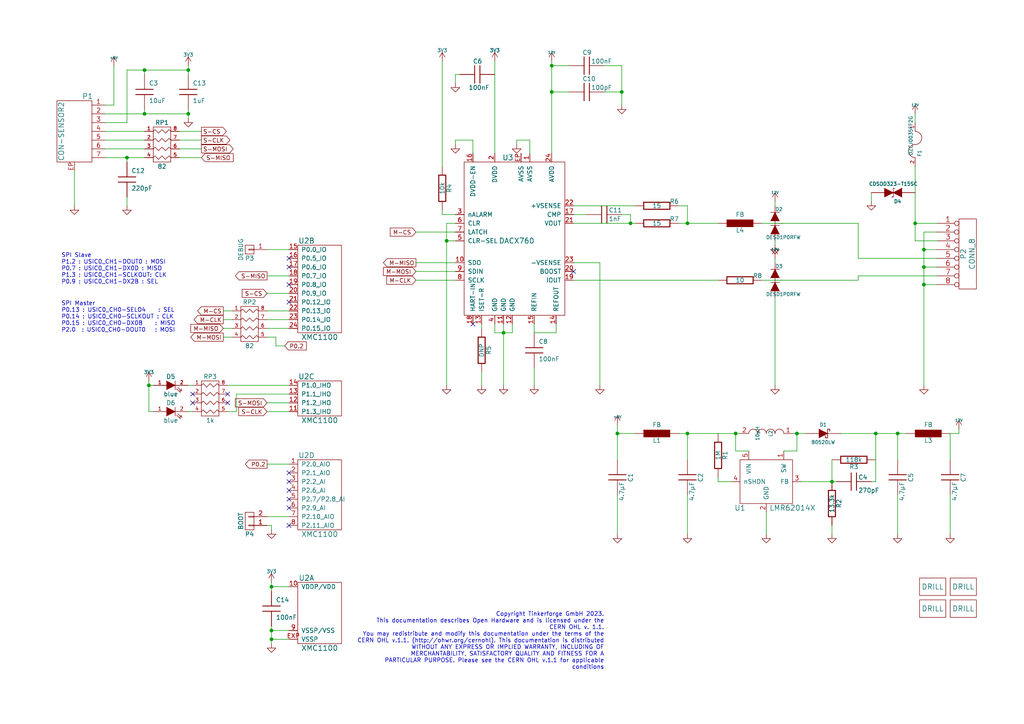
<source format=kicad_sch>
(kicad_sch (version 20230121) (generator eeschema)
  (paper "A4")
  (title_block (title "Industrial Analog Out") (date "2023-01-25") (rev "2.0") (company "Tinkerforge GmbH") (comment 1 "Licensed under CERN OHL v.1.1") (comment 2 "Copyright (©) 2023, T.Schneidermann <tim@tinkerforge.com>"))
  (lib_symbols
    (symbol "tinkerforge:+5V" (power) (pin_names (offset 0))
      (property "Value" "+5V" (at 0 3.556 0))
      (symbol "+5V_0_1"
        (polyline (pts (xy -0.762 1.27) (xy 0 2.54)))
        (polyline (pts (xy 0 0) (xy 0 2.54)))
        (polyline (pts (xy 0 2.54) (xy 0.762 1.27)))
      )
      (symbol "+5V_1_1"
        (pin power_in line (at 0 0 90) (length 0) hide (name "+5V") (number "1"))
      )
    )
    (symbol "tinkerforge:12V" (power) (pin_names (offset 0))
      (property "Value" "12V" (at 0 3.556 0))
      (symbol "12V_0_1"
        (polyline (pts (xy -0.762 1.27) (xy 0 2.54)))
        (polyline (pts (xy 0 0) (xy 0 2.54)))
        (polyline (pts (xy 0 2.54) (xy 0.762 1.27)))
      )
      (symbol "12V_1_1"
        (pin power_in line (at 0 0 90) (length 0) hide (name "12V") (number "1"))
      )
    )
    (symbol "tinkerforge:3V3" (power) (pin_names (offset 0))
      (property "Value" "3V3" (at 0 3.556 0))
      (symbol "3V3_0_1"
        (polyline (pts (xy -0.762 1.27) (xy 0 2.54)))
        (polyline (pts (xy 0 0) (xy 0 2.54)))
        (polyline (pts (xy 0 2.54) (xy 0.762 1.27)))
      )
      (symbol "3V3_1_1"
        (pin power_in line (at 0 0 90) (length 0) hide (name "3V3") (number "1"))
      )
    )
    (symbol "tinkerforge:C" (pin_numbers hide) (pin_names (offset 0.254))
      (property "Reference" "C" (at 1.27 2.54 0))
      (property "Value" "C" (at 1.27 -2.54 0))
      (symbol "C_0_1"
        (polyline (pts (xy -2.54 -0.762) (xy 2.54 -0.762)) (stroke (width 0.254)))
        (polyline (pts (xy -2.54 0.762) (xy 2.54 0.762)) (stroke (width 0.254)))
      )
      (symbol "C_1_1"
        (pin passive line (at 0 5.08 270) (length 4.318) (name "~") (number "1"))
        (pin passive line (at 0 -5.08 90) (length 4.318) (name "~") (number "2"))
      )
    )
    (symbol "tinkerforge:CON-SENSOR2" (pin_names (offset 1.016))
      (property "Reference" "P" (at -3.81 10.16 0))
      (property "Value" "CON-SENSOR2" (at 3.81 0 90))
      (symbol "CON-SENSOR2_0_1"
        (rectangle (start -5.08 8.89) (end 5.08 -8.89))
      )
      (symbol "CON-SENSOR2_1_1"
        (pin passive line (at -8.89 7.62 0) (length 3.81) (name "~") (number "1"))
        (pin passive line (at -8.89 5.08 0) (length 3.81) (name "~") (number "2"))
        (pin passive line (at -8.89 2.54 0) (length 3.81) (name "~") (number "3"))
        (pin passive line (at -8.89 0 0) (length 3.81) (name "~") (number "4"))
        (pin passive line (at -8.89 -2.54 0) (length 3.81) (name "~") (number "5"))
        (pin passive line (at -8.89 -5.08 0) (length 3.81) (name "~") (number "6"))
        (pin passive line (at -8.89 -7.62 0) (length 3.81) (name "~") (number "7"))
        (pin passive line (at 0 -11.43 90) (length 2.54) (name "~") (number "EP"))
      )
    )
    (symbol "tinkerforge:CONN_01X01" (pin_names (offset 1.016) hide)
      (property "Reference" "P" (at 0 2.54 0))
      (property "Value" "CONN_01X01" (at 2.54 0 90))
      (symbol "CONN_01X01_0_1"
        (rectangle (start -1.27 0.127) (end 0.254 -0.127))
        (rectangle (start -1.27 1.27) (end 1.27 -1.27))
      )
      (symbol "CONN_01X01_1_1"
        (pin passive line (at -5.08 0 0) (length 3.81) (name "P1") (number "1"))
      )
    )
    (symbol "tinkerforge:CONN_01X02" (pin_names (offset 1.016) hide)
      (property "Reference" "P" (at 0 3.81 0))
      (property "Value" "CONN_01X02" (at 2.54 0 90))
      (symbol "CONN_01X02_0_1"
        (rectangle (start -1.27 -1.143) (end 0.254 -1.397))
        (rectangle (start -1.27 1.397) (end 0.254 1.143))
        (rectangle (start -1.27 2.54) (end 1.27 -2.54))
      )
      (symbol "CONN_01X02_1_1"
        (pin passive line (at -5.08 1.27 0) (length 3.81) (name "P1") (number "1"))
        (pin passive line (at -5.08 -1.27 0) (length 3.81) (name "P2") (number "2"))
      )
    )
    (symbol "tinkerforge:CONN_8" (pin_names (offset 0.762) hide)
      (property "Reference" "P" (at -1.27 0 90))
      (property "Value" "CONN_8" (at 1.27 0 90))
      (symbol "CONN_8_0_1"
        (rectangle (start -2.54 10.16) (end 2.54 -10.16))
      )
      (symbol "CONN_8_1_1"
        (pin passive inverted (at -8.89 8.89 0) (length 6.35) (name "1") (number "1"))
        (pin passive inverted (at -8.89 6.35 0) (length 6.35) (name "2") (number "2"))
        (pin passive inverted (at -8.89 3.81 0) (length 6.35) (name "3") (number "3"))
        (pin passive inverted (at -8.89 1.27 0) (length 6.35) (name "4") (number "4"))
        (pin passive inverted (at -8.89 -1.27 0) (length 6.35) (name "5") (number "5"))
        (pin passive inverted (at -8.89 -3.81 0) (length 6.35) (name "6") (number "6"))
        (pin passive inverted (at -8.89 -6.35 0) (length 6.35) (name "~") (number "7"))
        (pin passive inverted (at -8.89 -8.89 0) (length 6.35) (name "~") (number "8"))
      )
    )
    (symbol "tinkerforge:DACX760" (pin_names (offset 1.016))
      (property "Reference" "U" (at -17.78 24.13 0))
      (property "Value" "DACX760" (at 0 0 0))
      (symbol "DACX760_0_1"
        (rectangle (start -15.24 22.86) (end 13.97 -21.59))
      )
      (symbol "DACX760_1_1"
        (pin input line (at 3.81 25.4 270) (length 2.54) (name "AVSS") (number "1"))
        (pin input line (at -17.78 -6.35 0) (length 2.54) (name "SDO") (number "10"))
        (pin input line (at -3.81 -24.13 90) (length 2.54) (name "GND") (number "11"))
        (pin input line (at -1.27 -24.13 90) (length 2.54) (name "GND") (number "12"))
        (pin input line (at -10.16 -24.13 90) (length 2.54) (name "ISET-R") (number "13"))
        (pin input line (at 11.43 -24.13 90) (length 2.54) (name "REFOUT") (number "14"))
        (pin input line (at 5.08 -24.13 90) (length 2.54) (name "REFIN") (number "15"))
        (pin input line (at -12.7 25.4 270) (length 2.54) (name "DVDD-EN") (number "16"))
        (pin input line (at 16.51 7.62 180) (length 2.54) (name "CMP") (number "17"))
        (pin input line (at -12.7 -24.13 90) (length 2.54) (name "HART-IN") (number "18"))
        (pin input line (at 16.51 -11.43 180) (length 2.54) (name "IOUT") (number "19"))
        (pin input line (at -6.35 25.4 270) (length 2.54) (name "DVDD") (number "2"))
        (pin input line (at 16.51 -8.89 180) (length 2.54) (name "BOOST") (number "20"))
        (pin input line (at 16.51 5.08 180) (length 2.54) (name "VOUT") (number "21"))
        (pin input line (at 16.51 10.16 180) (length 2.54) (name "+VSENSE") (number "22"))
        (pin input line (at 16.51 -6.35 180) (length 2.54) (name "-VSENSE") (number "23"))
        (pin input line (at 10.16 25.4 270) (length 2.54) (name "AVDD") (number "24"))
        (pin input line (at -17.78 7.62 0) (length 2.54) (name "nALARM") (number "3"))
        (pin input line (at -6.35 -24.13 90) (length 2.54) (name "GND") (number "4"))
        (pin input line (at -17.78 0 0) (length 2.54) (name "CLR-SEL") (number "5"))
        (pin input line (at -17.78 5.08 0) (length 2.54) (name "CLR") (number "6"))
        (pin input line (at -17.78 2.54 0) (length 2.54) (name "LATCH") (number "7"))
        (pin input line (at -17.78 -11.43 0) (length 2.54) (name "SCLK") (number "8"))
        (pin input line (at -17.78 -8.89 0) (length 2.54) (name "SDIN") (number "9"))
        (pin passive line (at 1.27 25.4 270) (length 2.54) (name "AVSS") (number "EP"))
      )
    )
    (symbol "tinkerforge:DIODESCH" (pin_numbers hide) (pin_names (offset 1.016) hide)
      (property "Reference" "D" (at 0 2.54 0))
      (property "Value" "DIODESCH" (at 0 -2.54 0))
      (symbol "DIODESCH_0_1"
        (polyline (pts (xy -1.27 1.27) (xy 1.27 0) (xy -1.27 -1.27)) (fill (type outline)))
        (polyline (pts (xy 1.905 0.635) (xy 1.905 1.27) (xy 1.27 1.27) (xy 1.27 -1.27) (xy 0.635 -1.27) (xy 0.635 -0.635)) (stroke (width 0.2032)))
      )
      (symbol "DIODESCH_1_1"
        (pin passive line (at -5.08 0 0) (length 3.81) (name "A") (number "1"))
        (pin passive line (at 5.08 0 180) (length 3.81) (name "K") (number "2"))
      )
    )
    (symbol "tinkerforge:DRILL" (pin_numbers hide) (pin_names (offset 0) hide)
      (property "Value" "DRILL" (at 0 0 0))
      (symbol "DRILL_0_1"
        (rectangle (start -3.81 2.54) (end 3.81 -2.54))
      )
    )
    (symbol "tinkerforge:FUSE" (pin_names (offset 0.254))
      (property "Reference" "F" (at 2.54 1.27 0))
      (property "Value" "FUSE" (at -2.54 -1.27 0))
      (symbol "FUSE_0_1"
        (arc (start 0 0) (mid -1.905 1.8967) (end -3.81 0))
        (arc (start 0 0) (mid 1.905 -1.8967) (end 3.81 0))
      )
      (symbol "FUSE_1_1"
        (pin input line (at -6.35 0 0) (length 2.54) (name "~") (number "1"))
        (pin input line (at 6.35 0 180) (length 2.54) (name "~") (number "2"))
      )
    )
    (symbol "tinkerforge:GND" (power) (pin_names (offset 0))
      (property "Value" "GND" (at 0 -5.08 0))
      (symbol "GND_0_1"
        (polyline (pts (xy 0 0) (xy 0 -1.27) (xy 1.27 -1.27) (xy 0 -2.54) (xy -1.27 -1.27) (xy 0 -1.27)))
      )
      (symbol "GND_1_1"
        (pin power_in line (at 0 0 270) (length 0) hide (name "GND") (number "1"))
      )
    )
    (symbol "tinkerforge:INDUCT" (pin_numbers hide) (pin_names (offset 0))
      (property "Reference" "L" (at 2.032 0 90))
      (property "Value" "INDUCT" (at -2.54 0 90))
      (symbol "INDUCT_0_1"
        (rectangle (start -1.016 3.81) (end 1.016 -3.81) (fill (type outline)))
      )
      (symbol "INDUCT_1_1"
        (pin passive line (at 0 6.35 270) (length 2.54) (name "~") (number "1"))
        (pin passive line (at 0 -6.35 90) (length 2.54) (name "~") (number "2"))
      )
    )
    (symbol "tinkerforge:INDUCTOR" (pin_names (offset 1.016))
      (property "Reference" "L" (at 0 2.54 0))
      (property "Value" "INDUCTOR" (at 0 -2.54 0))
      (symbol "INDUCTOR_0_1"
        (arc (start -2.54 0) (mid -3.81 1.2645) (end -5.08 0))
        (arc (start 0 0) (mid -1.27 1.2645) (end -2.54 0))
        (arc (start 2.54 0) (mid 1.27 1.2645) (end 0 0))
        (arc (start 5.08 0) (mid 3.81 1.2645) (end 2.54 0))
      )
      (symbol "INDUCTOR_1_1"
        (pin input line (at -7.62 0 0) (length 2.54) (name "~") (number "1"))
        (pin input line (at 7.62 0 180) (length 2.54) (name "~") (number "2"))
      )
    )
    (symbol "tinkerforge:LED" (pin_names (offset 1.016) hide)
      (property "Reference" "D" (at 0 2.54 0))
      (property "Value" "LED" (at 0 -2.54 0))
      (symbol "LED_0_1"
        (polyline (pts (xy 1.27 1.27) (xy 1.27 -1.27)))
        (polyline (pts (xy -1.27 1.27) (xy 1.27 0) (xy -1.27 -1.27)) (fill (type outline)))
        (polyline (pts (xy 1.651 -1.016) (xy 2.794 -2.032) (xy 2.667 -1.397)))
        (polyline (pts (xy 2.032 -0.635) (xy 3.175 -1.651) (xy 3.048 -1.016)))
      )
      (symbol "LED_1_1"
        (pin passive line (at -5.08 0 0) (length 3.81) (name "A") (number "1"))
        (pin passive line (at 5.08 0 180) (length 3.81) (name "K") (number "2"))
      )
    )
    (symbol "tinkerforge:LMR62014X" (pin_names (offset 1.016))
      (property "Reference" "U" (at -7.62 -7.62 0))
      (property "Value" "LMR62014X" (at 7.62 -7.62 0))
      (symbol "LMR62014X_0_1"
        (rectangle (start -7.62 6.35) (end 7.62 -6.35))
      )
      (symbol "LMR62014X_1_1"
        (pin input line (at 5.08 8.89 270) (length 2.54) (name "SW") (number "1"))
        (pin input line (at 0 -8.89 90) (length 2.54) (name "GND") (number "2"))
        (pin input line (at 10.16 0 180) (length 2.54) (name "FB") (number "3"))
        (pin input line (at -10.16 0 0) (length 2.54) (name "nSHDN") (number "4"))
        (pin input line (at -5.08 8.89 270) (length 2.54) (name "VIN") (number "5"))
      )
    )
    (symbol "tinkerforge:R" (pin_numbers hide) (pin_names (offset 0))
      (property "Reference" "R" (at 2.032 0 90))
      (property "Value" "R" (at 0 0 90))
      (symbol "R_0_1"
        (rectangle (start -1.016 3.81) (end 1.016 -3.81) (stroke (width 0.3048)))
      )
      (symbol "R_1_1"
        (pin passive line (at 0 6.35 270) (length 2.54) (name "~") (number "1"))
        (pin passive line (at 0 -6.35 90) (length 2.54) (name "~") (number "2"))
      )
    )
    (symbol "tinkerforge:R_PACK4" (pin_names hide)
      (property "Reference" "RP" (at 0 11.43 0))
      (property "Value" "R_PACK4" (at 0 -1.27 0))
      (symbol "R_PACK4_0_1"
        (polyline (pts (xy -2.54 10.16) (xy -2.54 0) (xy 2.54 0) (xy 2.54 10.16) (xy -2.54 10.16)))
        (polyline (pts (xy -2.54 1.27) (xy -2.032 1.778) (xy -1.016 0.762) (xy 0 1.778) (xy 1.016 0.762) (xy 2.032 1.778) (xy 2.54 1.27)))
        (polyline (pts (xy -2.54 3.81) (xy -2.032 4.318) (xy -1.016 3.302) (xy 0 4.318) (xy 1.016 3.302) (xy 2.032 4.318) (xy 2.54 3.81)))
        (polyline (pts (xy -2.54 6.35) (xy -2.032 6.858) (xy -1.016 5.842) (xy 0 6.858) (xy 1.016 5.842) (xy 2.032 6.858) (xy 2.54 6.35)))
        (polyline (pts (xy -2.54 8.89) (xy -2.032 9.398) (xy -1.016 8.382) (xy 0 9.398) (xy 1.016 8.382) (xy 2.032 9.398) (xy 2.54 8.89)))
      )
      (symbol "R_PACK4_1_1"
        (pin passive line (at -5.08 8.89 0) (length 2.54) (name "P1") (number "1"))
        (pin passive line (at -5.08 6.35 0) (length 2.54) (name "P2") (number "2"))
        (pin passive line (at -5.08 3.81 0) (length 2.54) (name "P3") (number "3"))
        (pin passive line (at -5.08 1.27 0) (length 2.54) (name "P4") (number "4"))
        (pin passive line (at 5.08 1.27 180) (length 2.54) (name "R4") (number "5"))
        (pin passive line (at 5.08 3.81 180) (length 2.54) (name "R3") (number "6"))
        (pin passive line (at 5.08 6.35 180) (length 2.54) (name "R2") (number "7"))
        (pin passive line (at 5.08 8.89 180) (length 2.54) (name "R1") (number "8"))
      )
    )
    (symbol "tinkerforge:TVS" (pin_numbers hide) (pin_names (offset 1.016) hide)
      (property "Reference" "D" (at -1.27 2.54 0))
      (property "Value" "TVS" (at 0 -2.54 0))
      (symbol "TVS_0_1"
        (polyline (pts (xy 0 -1.27) (xy -0.508 -1.27)))
        (polyline (pts (xy 0 1.27) (xy 0 -1.27)) (stroke (width 0.1524)))
        (polyline (pts (xy 0 1.27) (xy 0.508 1.27)))
        (polyline (pts (xy -2.54 1.27) (xy 0 0) (xy -2.54 -1.27)) (fill (type outline)))
        (polyline (pts (xy -2.54 1.27) (xy 0 0) (xy -2.54 -1.27)) (fill (type outline)))
        (polyline (pts (xy 0 0) (xy 2.54 1.27) (xy 2.54 -1.27) (xy 0 0)) (fill (type outline)))
      )
      (symbol "TVS_1_1"
        (pin passive line (at -6.35 0 0) (length 3.81) (name "A") (number "1"))
        (pin passive line (at 6.35 0 180) (length 3.81) (name "K") (number "2"))
      )
    )
    (symbol "tinkerforge:TVS2" (pin_numbers hide) (pin_names (offset 1.016) hide)
      (property "Reference" "D" (at 1.143 4.064 0))
      (property "Value" "TVS2" (at 2.413 -4.064 0))
      (symbol "TVS2_0_1"
        (polyline (pts (xy -1.27 -0.635) (xy 1.27 -0.635)) (stroke (width 0.1524)))
        (polyline (pts (xy -1.27 3.175) (xy 1.27 3.175)) (stroke (width 0.1524)))
        (polyline (pts (xy 0 -0.635) (xy 0 0.635)))
        (polyline (pts (xy -1.27 -3.175) (xy 0 -0.635) (xy 1.27 -3.175)) (fill (type outline)))
        (polyline (pts (xy -1.27 0.635) (xy 0 3.175) (xy 1.27 0.635)) (fill (type outline)))
      )
      (symbol "TVS2_1_1"
        (pin passive line (at 0 -5.08 90) (length 2.54) (name "A") (number "1"))
        (pin passive line (at 0 5.08 270) (length 2.54) (name "K") (number "2"))
        (pin passive line (at 2.54 0 180) (length 2.54) (name "K") (number "3"))
      )
    )
    (symbol "tinkerforge:XMC1XXX24" (pin_names (offset 1.016))
      (property "Reference" "U" (at -3.81 15.24 0))
      (property "Value" "XMC1XXX24" (at 0 -16.51 0))
      (symbol "XMC1XXX24_1_1"
        (rectangle (start -6.35 8.89) (end 6.35 -8.89))
        (pin passive line (at -8.89 7.62 0) (length 2.54) (name "VDDP/VDD") (number "10"))
        (pin passive line (at -8.89 -5.08 0) (length 2.54) (name "VSSP/VSS") (number "9"))
        (pin passive line (at -8.89 -7.62 0) (length 2.54) (name "VSSP") (number "EXP"))
      )
      (symbol "XMC1XXX24_2_1"
        (rectangle (start -6.35 12.7) (end 6.35 -12.7))
        (pin passive line (at -8.89 11.43 0) (length 2.54) (name "P0.0_IO") (number "15"))
        (pin passive line (at -8.89 8.89 0) (length 2.54) (name "P0.5_IO") (number "16"))
        (pin passive line (at -8.89 6.35 0) (length 2.54) (name "P0.6_IO") (number "17"))
        (pin passive line (at -8.89 3.81 0) (length 2.54) (name "P0.7_IO") (number "18"))
        (pin passive line (at -8.89 1.27 0) (length 2.54) (name "P0.8_IO") (number "19"))
        (pin passive line (at -8.89 -1.27 0) (length 2.54) (name "P0.9_IO") (number "20"))
        (pin passive line (at -8.89 -3.81 0) (length 2.54) (name "P0.12_IO") (number "21"))
        (pin passive line (at -8.89 -6.35 0) (length 2.54) (name "P0.13_IO") (number "22"))
        (pin passive line (at -8.89 -8.89 0) (length 2.54) (name "P0.14_IO") (number "23"))
        (pin passive line (at -8.89 -11.43 0) (length 2.54) (name "P0.15_IO") (number "24"))
      )
      (symbol "XMC1XXX24_3_1"
        (rectangle (start -6.35 5.08) (end 6.35 -5.08))
        (pin passive line (at -8.89 -3.81 0) (length 2.54) (name "P1.3_IHO") (number "11"))
        (pin passive line (at -8.89 -1.27 0) (length 2.54) (name "P1.2_IHO") (number "12"))
        (pin passive line (at -8.89 1.27 0) (length 2.54) (name "P1.1_IHO") (number "13"))
        (pin passive line (at -8.89 3.81 0) (length 2.54) (name "P1.0_IHO") (number "14"))
      )
      (symbol "XMC1XXX24_4_1"
        (rectangle (start -6.35 10.16) (end 6.35 -10.16))
        (pin passive line (at -8.89 8.89 0) (length 2.54) (name "P2.0_AIO") (number "1"))
        (pin passive line (at -8.89 6.35 0) (length 2.54) (name "P2.1_AIO") (number "2"))
        (pin passive line (at -8.89 3.81 0) (length 2.54) (name "P2.2_AI") (number "3"))
        (pin passive line (at -8.89 1.27 0) (length 2.54) (name "P2.6_AI") (number "4"))
        (pin passive line (at -8.89 -1.27 0) (length 2.54) (name "P2.7/P2.8_AI") (number "5"))
        (pin passive line (at -8.89 -3.81 0) (length 2.54) (name "P2.9_AI") (number "6"))
        (pin passive line (at -8.89 -6.35 0) (length 2.54) (name "P2.10_AIO") (number "7"))
        (pin passive line (at -8.89 -8.89 0) (length 2.54) (name "P2.11_AIO") (number "8"))
      )
    )
  )
  (junction (at 180.34 26.67))
  (junction (at 146.05 96.52))
  (junction (at 78.74 182.88))
  (junction (at 267.97 72.39))
  (junction (at 254 125.73))
  (junction (at 78.74 185.42))
  (junction (at 36.83 45.72))
  (junction (at 231.14 125.73))
  (junction (at 199.39 125.73))
  (junction (at 54.61 33.02))
  (junction (at 160.02 26.67))
  (junction (at 267.97 82.55))
  (junction (at 199.39 64.77))
  (junction (at 54.61 20.32))
  (junction (at 241.3 139.7))
  (junction (at 179.07 125.73))
  (junction (at 43.18 111.76))
  (junction (at 41.91 20.32))
  (junction (at 265.43 64.77))
  (junction (at 41.91 33.02))
  (junction (at 260.35 125.73))
  (junction (at 160.02 19.05))
  (junction (at 78.74 170.18))
  (junction (at 182.88 64.77))
  (junction (at 129.54 69.85))
  (junction (at 213.36 125.73))
  (junction (at 267.97 77.47))
  (no_connect (at 83.82 87.63))
  (no_connect (at 83.82 77.47))
  (no_connect (at 137.16 93.98))
  (no_connect (at 83.82 82.55))
  (no_connect (at 83.82 142.24))
  (no_connect (at 83.82 139.7))
  (no_connect (at 83.82 74.93))
  (no_connect (at 55.88 114.3))
  (no_connect (at 66.04 116.84))
  (no_connect (at 83.82 152.4))
  (no_connect (at 55.88 116.84))
  (no_connect (at 83.82 137.16))
  (no_connect (at 66.04 114.3))
  (no_connect (at 83.82 144.78))
  (no_connect (at 83.82 147.32))
  (no_connect (at 166.37 78.74))
  (wire (pts (xy 220.98 64.77) (xy 248.92 64.77)))
  (wire (pts (xy 129.54 64.77) (xy 129.54 69.85)))
  (wire (pts (xy 248.92 80.01) (xy 271.78 80.01)))
  (wire (pts (xy 64.77 97.79) (xy 67.31 97.79)))
  (wire (pts (xy 229.87 125.73) (xy 231.14 125.73)))
  (wire (pts (xy 267.97 67.31) (xy 267.97 72.39)))
  (wire (pts (xy 132.08 62.23) (xy 128.27 62.23)))
  (wire (pts (xy 30.48 43.18) (xy 41.91 43.18)))
  (wire (pts (xy 231.14 125.73) (xy 233.68 125.73)))
  (wire (pts (xy 154.94 93.98) (xy 154.94 96.52)))
  (wire (pts (xy 241.3 133.35) (xy 241.3 139.7)))
  (wire (pts (xy 78.74 185.42) (xy 78.74 186.69)))
  (wire (pts (xy 267.97 82.55) (xy 271.78 82.55)))
  (wire (pts (xy 143.51 93.98) (xy 143.51 96.52)))
  (wire (pts (xy 55.88 119.38) (xy 54.61 119.38)))
  (wire (pts (xy 137.16 40.64) (xy 137.16 44.45)))
  (wire (pts (xy 128.27 62.23) (xy 128.27 60.96)))
  (wire (pts (xy 133.35 21.59) (xy 132.08 21.59)))
  (wire (pts (xy 224.79 71.12) (xy 224.79 69.85)))
  (wire (pts (xy 143.51 96.52) (xy 146.05 96.52)))
  (wire (pts (xy 80.01 97.79) (xy 80.01 100.33)))
  (wire (pts (xy 248.92 64.77) (xy 248.92 74.93)))
  (wire (pts (xy 149.86 41.91) (xy 149.86 40.64)))
  (wire (pts (xy 175.26 26.67) (xy 180.34 26.67)))
  (wire (pts (xy 36.83 35.56) (xy 36.83 20.32)))
  (wire (pts (xy 267.97 72.39) (xy 271.78 72.39)))
  (wire (pts (xy 83.82 92.71) (xy 77.47 92.71)))
  (wire (pts (xy 154.94 96.52) (xy 161.29 96.52)))
  (wire (pts (xy 184.15 125.73) (xy 179.07 125.73)))
  (wire (pts (xy 78.74 182.88) (xy 78.74 185.42)))
  (wire (pts (xy 231.14 125.73) (xy 231.14 130.81)))
  (wire (pts (xy 36.83 20.32) (xy 41.91 20.32)))
  (wire (pts (xy 212.09 139.7) (xy 208.28 139.7)))
  (wire (pts (xy 196.85 59.69) (xy 199.39 59.69)))
  (wire (pts (xy 180.34 62.23) (xy 182.88 62.23)))
  (wire (pts (xy 232.41 139.7) (xy 241.3 139.7)))
  (wire (pts (xy 265.43 64.77) (xy 271.78 64.77)))
  (wire (pts (xy 83.82 185.42) (xy 78.74 185.42)))
  (wire (pts (xy 208.28 139.7) (xy 208.28 138.43)))
  (wire (pts (xy 146.05 93.98) (xy 146.05 96.52)))
  (wire (pts (xy 43.18 119.38) (xy 44.45 119.38)))
  (wire (pts (xy 213.36 130.81) (xy 213.36 125.73)))
  (wire (pts (xy 80.01 100.33) (xy 82.55 100.33)))
  (wire (pts (xy 199.39 59.69) (xy 199.39 64.77)))
  (wire (pts (xy 78.74 181.61) (xy 78.74 182.88)))
  (wire (pts (xy 132.08 64.77) (xy 129.54 64.77)))
  (wire (pts (xy 83.82 149.86) (xy 77.47 149.86)))
  (wire (pts (xy 83.82 116.84) (xy 77.47 116.84)))
  (wire (pts (xy 278.13 125.73) (xy 275.59 125.73)))
  (wire (pts (xy 149.86 40.64) (xy 153.67 40.64)))
  (wire (pts (xy 153.67 40.64) (xy 153.67 44.45)))
  (wire (pts (xy 254 139.7) (xy 252.73 139.7)))
  (wire (pts (xy 166.37 62.23) (xy 170.18 62.23)))
  (wire (pts (xy 77.47 72.39) (xy 83.82 72.39)))
  (wire (pts (xy 132.08 69.85) (xy 129.54 69.85)))
  (wire (pts (xy 21.59 49.53) (xy 21.59 59.69)))
  (wire (pts (xy 243.84 125.73) (xy 254 125.73)))
  (wire (pts (xy 241.3 154.94) (xy 241.3 152.4)))
  (wire (pts (xy 179.07 125.73) (xy 179.07 133.35)))
  (wire (pts (xy 252.73 58.42) (xy 252.73 55.88)))
  (wire (pts (xy 78.74 152.4) (xy 78.74 153.67)))
  (wire (pts (xy 83.82 80.01) (xy 77.47 80.01)))
  (wire (pts (xy 36.83 57.15) (xy 36.83 59.69)))
  (wire (pts (xy 132.08 40.64) (xy 132.08 41.91)))
  (wire (pts (xy 54.61 19.05) (xy 54.61 20.32)))
  (wire (pts (xy 139.7 107.95) (xy 139.7 111.76)))
  (wire (pts (xy 166.37 81.28) (xy 208.28 81.28)))
  (wire (pts (xy 166.37 59.69) (xy 184.15 59.69)))
  (wire (pts (xy 217.17 130.81) (xy 213.36 130.81)))
  (wire (pts (xy 213.36 125.73) (xy 214.63 125.73)))
  (wire (pts (xy 196.85 125.73) (xy 199.39 125.73)))
  (wire (pts (xy 77.47 97.79) (xy 80.01 97.79)))
  (wire (pts (xy 231.14 130.81) (xy 227.33 130.81)))
  (wire (pts (xy 180.34 26.67) (xy 180.34 30.48)))
  (wire (pts (xy 180.34 19.05) (xy 180.34 26.67)))
  (wire (pts (xy 161.29 96.52) (xy 161.29 93.98)))
  (wire (pts (xy 265.43 69.85) (xy 271.78 69.85)))
  (wire (pts (xy 30.48 33.02) (xy 41.91 33.02)))
  (wire (pts (xy 224.79 58.42) (xy 224.79 59.69)))
  (wire (pts (xy 166.37 76.2) (xy 173.99 76.2)))
  (wire (pts (xy 52.07 45.72) (xy 58.42 45.72)))
  (wire (pts (xy 68.58 119.38) (xy 66.04 119.38)))
  (wire (pts (xy 154.94 106.68) (xy 154.94 111.76)))
  (wire (pts (xy 43.18 111.76) (xy 43.18 119.38)))
  (wire (pts (xy 143.51 17.78) (xy 143.51 44.45)))
  (wire (pts (xy 260.35 125.73) (xy 262.89 125.73)))
  (wire (pts (xy 241.3 139.7) (xy 242.57 139.7)))
  (wire (pts (xy 224.79 86.36) (xy 224.79 111.76)))
  (wire (pts (xy 199.39 64.77) (xy 208.28 64.77)))
  (wire (pts (xy 52.07 43.18) (xy 58.42 43.18)))
  (wire (pts (xy 64.77 92.71) (xy 67.31 92.71)))
  (wire (pts (xy 83.82 114.3) (xy 68.58 114.3)))
  (wire (pts (xy 77.47 119.38) (xy 83.82 119.38)))
  (wire (pts (xy 166.37 64.77) (xy 182.88 64.77)))
  (wire (pts (xy 41.91 21.59) (xy 41.91 20.32)))
  (wire (pts (xy 132.08 76.2) (xy 120.65 76.2)))
  (wire (pts (xy 83.82 182.88) (xy 78.74 182.88)))
  (wire (pts (xy 132.08 21.59) (xy 132.08 24.13)))
  (wire (pts (xy 68.58 114.3) (xy 68.58 119.38)))
  (wire (pts (xy 199.39 125.73) (xy 213.36 125.73)))
  (wire (pts (xy 66.04 111.76) (xy 83.82 111.76)))
  (wire (pts (xy 77.47 85.09) (xy 83.82 85.09)))
  (wire (pts (xy 260.35 125.73) (xy 260.35 133.35)))
  (wire (pts (xy 267.97 72.39) (xy 267.97 77.47)))
  (wire (pts (xy 54.61 20.32) (xy 54.61 21.59)))
  (wire (pts (xy 77.47 95.25) (xy 83.82 95.25)))
  (wire (pts (xy 41.91 31.75) (xy 41.91 33.02)))
  (wire (pts (xy 128.27 48.26) (xy 128.27 17.78)))
  (wire (pts (xy 120.65 78.74) (xy 132.08 78.74)))
  (wire (pts (xy 78.74 170.18) (xy 78.74 171.45)))
  (wire (pts (xy 129.54 69.85) (xy 129.54 111.76)))
  (wire (pts (xy 265.43 33.02) (xy 265.43 35.56)))
  (wire (pts (xy 199.39 125.73) (xy 199.39 133.35)))
  (wire (pts (xy 265.43 48.26) (xy 265.43 64.77)))
  (wire (pts (xy 160.02 17.78) (xy 160.02 19.05)))
  (wire (pts (xy 43.18 110.49) (xy 43.18 111.76)))
  (wire (pts (xy 179.07 123.19) (xy 179.07 125.73)))
  (wire (pts (xy 67.31 90.17) (xy 64.77 90.17)))
  (wire (pts (xy 254 125.73) (xy 260.35 125.73)))
  (wire (pts (xy 41.91 20.32) (xy 54.61 20.32)))
  (wire (pts (xy 248.92 74.93) (xy 271.78 74.93)))
  (wire (pts (xy 165.1 26.67) (xy 160.02 26.67)))
  (wire (pts (xy 139.7 95.25) (xy 139.7 93.98)))
  (wire (pts (xy 36.83 46.99) (xy 36.83 45.72)))
  (wire (pts (xy 77.47 152.4) (xy 78.74 152.4)))
  (wire (pts (xy 165.1 19.05) (xy 160.02 19.05)))
  (wire (pts (xy 173.99 76.2) (xy 173.99 111.76)))
  (wire (pts (xy 132.08 81.28) (xy 120.65 81.28)))
  (wire (pts (xy 83.82 170.18) (xy 78.74 170.18)))
  (wire (pts (xy 182.88 62.23) (xy 182.88 64.77)))
  (wire (pts (xy 41.91 33.02) (xy 54.61 33.02)))
  (wire (pts (xy 199.39 154.94) (xy 199.39 143.51)))
  (wire (pts (xy 54.61 31.75) (xy 54.61 33.02)))
  (wire (pts (xy 275.59 133.35) (xy 275.59 125.73)))
  (wire (pts (xy 77.47 90.17) (xy 83.82 90.17)))
  (wire (pts (xy 175.26 19.05) (xy 180.34 19.05)))
  (wire (pts (xy 55.88 111.76) (xy 54.61 111.76)))
  (wire (pts (xy 146.05 96.52) (xy 148.59 96.52)))
  (wire (pts (xy 36.83 45.72) (xy 41.91 45.72)))
  (wire (pts (xy 265.43 64.77) (xy 265.43 69.85)))
  (wire (pts (xy 52.07 40.64) (xy 58.42 40.64)))
  (wire (pts (xy 267.97 77.47) (xy 267.97 82.55)))
  (wire (pts (xy 254 125.73) (xy 254 139.7)))
  (wire (pts (xy 248.92 81.28) (xy 248.92 80.01)))
  (wire (pts (xy 278.13 124.46) (xy 278.13 125.73)))
  (wire (pts (xy 275.59 154.94) (xy 275.59 143.51)))
  (wire (pts (xy 267.97 82.55) (xy 267.97 111.76)))
  (wire (pts (xy 120.65 67.31) (xy 132.08 67.31)))
  (wire (pts (xy 222.25 154.94) (xy 222.25 148.59)))
  (wire (pts (xy 260.35 143.51) (xy 260.35 154.94)))
  (wire (pts (xy 148.59 96.52) (xy 148.59 93.98)))
  (wire (pts (xy 33.02 19.05) (xy 33.02 30.48)))
  (wire (pts (xy 271.78 67.31) (xy 267.97 67.31)))
  (wire (pts (xy 182.88 64.77) (xy 184.15 64.77)))
  (wire (pts (xy 267.97 77.47) (xy 271.78 77.47)))
  (wire (pts (xy 220.98 81.28) (xy 248.92 81.28)))
  (wire (pts (xy 33.02 30.48) (xy 30.48 30.48)))
  (wire (pts (xy 78.74 168.91) (xy 78.74 170.18)))
  (wire (pts (xy 77.47 134.62) (xy 83.82 134.62)))
  (wire (pts (xy 160.02 19.05) (xy 160.02 26.67)))
  (wire (pts (xy 67.31 95.25) (xy 64.77 95.25)))
  (wire (pts (xy 179.07 154.94) (xy 179.07 143.51)))
  (wire (pts (xy 52.07 38.1) (xy 58.42 38.1)))
  (wire (pts (xy 54.61 33.02) (xy 54.61 34.29)))
  (wire (pts (xy 30.48 45.72) (xy 36.83 45.72)))
  (wire (pts (xy 137.16 40.64) (xy 132.08 40.64)))
  (wire (pts (xy 41.91 40.64) (xy 30.48 40.64)))
  (wire (pts (xy 196.85 64.77) (xy 199.39 64.77)))
  (wire (pts (xy 44.45 111.76) (xy 43.18 111.76)))
  (wire (pts (xy 30.48 38.1) (xy 41.91 38.1)))
  (wire (pts (xy 146.05 96.52) (xy 146.05 111.76)))
  (wire (pts (xy 160.02 26.67) (xy 160.02 44.45)))
  (wire (pts (xy 224.79 76.2) (xy 224.79 74.93)))
  (wire (pts (xy 30.48 35.56) (xy 36.83 35.56)))
  (text "SPI Slave\nP1.2 : USIC0_CH1-DOUT0 : MOSI\nP0.7 : USIC0_CH1-DX0D : MISO\nP1.3 : USIC0_CH1-SCLKOUT: CLK\nP0.9 : USIC0_CH1-DX2B : SEL\n" (at 17.78 82.55 0) (effects (font (size 1.1938 1.1938)) (justify left bottom)))
  (text "Copyright Tinkerforge GmbH 2023.\nThis documentation describes Open Hardware and is licensed under the\nCERN OHL v. 1.1.\nYou may redistribute and modify this documentation under the terms of the\nCERN OHL v.1.1. (http://ohwr.org/cernohl). This documentation is distributed\nWITHOUT ANY EXPRESS OR IMPLIED WARRANTY, INCLUDING OF\nMERCHANTABILITY, SATISFACTORY QUALITY AND FITNESS FOR A\nPARTICULAR PURPOSE. Please see the CERN OHL v.1.1 for applicable\nconditions\n" (at 175.26 194.31 0) (effects (font (size 1.1938 1.1938)) (justify right bottom)))
  (text "SPI Master\nP0.13 : USIC0_CH0-SELO4    : SEL\nP0.14 : USIC0_CH0-SCLKOUT : CLK\nP0.15 : USIC0_CH0-DX0B    : MISO\nP2.0  : USIC0_CH0-DOUT0   : MOSI" (at 17.78 96.52 0) (effects (font (size 1.1938 1.1938)) (justify left bottom)))
  (global_label "S-CS" (shape input) (at 77.47 85.09 180) (effects (font (size 1.1938 1.1938))) (property "Intersheetrefs" "${INTERSHEET_REFS}" (effects hide)))
  (global_label "P0.2" (shape output) (at 77.47 134.62 180) (effects (font (size 1.1938 1.1938))) (property "Intersheetrefs" "${INTERSHEET_REFS}" (effects hide)))
  (global_label "M-CLK" (shape output) (at 64.77 92.71 180) (effects (font (size 1.1938 1.1938))) (property "Intersheetrefs" "${INTERSHEET_REFS}" (effects hide)))
  (global_label "M-MOSI" (shape output) (at 64.77 97.79 180) (effects (font (size 1.1938 1.1938))) (property "Intersheetrefs" "${INTERSHEET_REFS}" (effects hide)))
  (global_label "M-MOSI" (shape input) (at 120.65 78.74 180) (effects (font (size 1.1938 1.1938))) (property "Intersheetrefs" "${INTERSHEET_REFS}" (effects hide)))
  (global_label "M-CS" (shape output) (at 64.77 90.17 180) (effects (font (size 1.1938 1.1938))) (property "Intersheetrefs" "${INTERSHEET_REFS}" (effects hide)))
  (global_label "M-CS" (shape input) (at 120.65 67.31 180) (effects (font (size 1.1938 1.1938))) (property "Intersheetrefs" "${INTERSHEET_REFS}" (effects hide)))
  (global_label "S-CS" (shape output) (at 58.42 38.1 0) (effects (font (size 1.1938 1.1938))) (property "Intersheetrefs" "${INTERSHEET_REFS}" (effects hide)))
  (global_label "S-MOSI" (shape output) (at 58.42 43.18 0) (effects (font (size 1.1938 1.1938))) (property "Intersheetrefs" "${INTERSHEET_REFS}" (effects hide)))
  (global_label "S-MISO" (shape input) (at 58.42 45.72 0) (effects (font (size 1.1938 1.1938))) (property "Intersheetrefs" "${INTERSHEET_REFS}" (effects hide)))
  (global_label "S-MOSI" (shape input) (at 77.47 116.84 180) (effects (font (size 1.1938 1.1938))) (property "Intersheetrefs" "${INTERSHEET_REFS}" (effects hide)))
  (global_label "M-MISO" (shape input) (at 64.77 95.25 180) (effects (font (size 1.1938 1.1938))) (property "Intersheetrefs" "${INTERSHEET_REFS}" (effects hide)))
  (global_label "M-MISO" (shape output) (at 120.65 76.2 180) (effects (font (size 1.1938 1.1938))) (property "Intersheetrefs" "${INTERSHEET_REFS}" (effects hide)))
  (global_label "S-CLK" (shape input) (at 77.47 119.38 180) (effects (font (size 1.1938 1.1938))) (property "Intersheetrefs" "${INTERSHEET_REFS}" (effects hide)))
  (global_label "S-CLK" (shape output) (at 58.42 40.64 0) (effects (font (size 1.1938 1.1938))) (property "Intersheetrefs" "${INTERSHEET_REFS}" (effects hide)))
  (global_label "M-CLK" (shape input) (at 120.65 81.28 180) (effects (font (size 1.1938 1.1938))) (property "Intersheetrefs" "${INTERSHEET_REFS}" (effects hide)))
  (global_label "P0.2" (shape input) (at 82.55 100.33 0) (effects (font (size 1.1938 1.1938))) (property "Intersheetrefs" "${INTERSHEET_REFS}" (effects hide)))
  (global_label "S-MISO" (shape output) (at 77.47 80.01 180) (effects (font (size 1.1938 1.1938))) (property "Intersheetrefs" "${INTERSHEET_REFS}" (effects hide)))
  (symbol (lib_id "tinkerforge:C") (at 41.91 26.67 0) (unit 1)
    (property "Reference" "C3" (at 43.18 24.13 0) (effects (justify left)))
    (property "Value" "10uF" (at 43.18 29.21 0) (effects (justify left)))
    (property "Footprint" "kicad-libraries:C0805" (effects hide))
  )
  (symbol (lib_id "tinkerforge:DRILL") (at 279.4 176.53 0) (unit 1)
    (property "Reference" "U7" (effects hide))
    (property "Value" "DRILL" (at 279.4 176.53 0) (effects (font (size 1.524 1.524))))
    (property "Footprint" "kicad-libraries:DRILL_NP" (effects hide))
  )
  (symbol (lib_id "tinkerforge:DRILL") (at 279.4 170.18 0) (unit 1)
    (property "Reference" "U6" (effects hide))
    (property "Value" "DRILL" (at 279.4 170.18 0) (effects (font (size 1.524 1.524))))
    (property "Footprint" "kicad-libraries:DRILL_NP" (effects hide))
  )
  (symbol (lib_id "tinkerforge:DRILL") (at 270.51 170.18 0) (unit 1)
    (property "Reference" "U4" (effects hide))
    (property "Value" "DRILL" (at 270.51 170.18 0) (effects (font (size 1.524 1.524))))
    (property "Footprint" "kicad-libraries:DRILL_NP" (effects hide))
  )
  (symbol (lib_id "tinkerforge:DRILL") (at 270.51 176.53 0) (unit 1)
    (property "Reference" "U5" (effects hide))
    (property "Value" "DRILL" (at 270.51 176.53 0) (effects (font (size 1.524 1.524))))
    (property "Footprint" "kicad-libraries:DRILL_NP" (effects hide))
  )
  (symbol (lib_id "tinkerforge:GND") (at 21.59 59.69 0) (unit 1)
    (property "Reference" "#PWR01" (effects hide))
    (property "Value" "GND" (effects hide))
  )
  (symbol (lib_id "tinkerforge:+5V") (at 33.02 19.05 0) (unit 1)
    (property "Reference" "#PWR02" (effects hide))
    (property "Value" "+5V" (at 33.02 16.764 0) (effects (font (size 0.762 0.762))))
  )
  (symbol (lib_id "tinkerforge:CONN_8") (at 280.67 73.66 0) (unit 1)
    (property "Reference" "P2" (at 279.4 73.66 90) (effects (font (size 1.524 1.524))))
    (property "Value" "CONN_8" (at 281.94 73.66 90) (effects (font (size 1.524 1.524))))
    (property "Footprint" "kicad-libraries:OQ_8P" (effects hide))
  )
  (symbol (lib_id "tinkerforge:DACX760") (at 149.86 69.85 0) (unit 1)
    (property "Reference" "U3" (at 147.32 45.72 0) (effects (font (size 1.524 1.524))))
    (property "Value" "DACX760" (at 149.86 69.85 0) (effects (font (size 1.524 1.524))))
    (property "Footprint" "kicad-libraries:TSSOP24-44-PWR" (effects hide))
  )
  (symbol (lib_id "tinkerforge:R") (at 128.27 54.61 0) (unit 1)
    (property "Reference" "R4" (at 130.302 54.61 90))
    (property "Value" "10k" (at 128.27 54.61 90))
    (property "Footprint" "kicad-libraries:R0603F" (effects hide))
  )
  (symbol (lib_id "tinkerforge:3V3") (at 128.27 17.78 0) (unit 1)
    (property "Reference" "#PWR010" (effects hide))
    (property "Value" "3V3" (at 128.27 14.605 0) (effects (font (size 1.016 1.016))))
  )
  (symbol (lib_id "tinkerforge:3V3") (at 143.51 17.78 0) (unit 1)
    (property "Reference" "#PWR015" (effects hide))
    (property "Value" "3V3" (at 143.51 14.605 0) (effects (font (size 1.016 1.016))))
  )
  (symbol (lib_id "tinkerforge:GND") (at 129.54 111.76 0) (unit 1)
    (property "Reference" "#PWR011" (effects hide))
    (property "Value" "GND" (effects hide))
  )
  (symbol (lib_id "tinkerforge:GND") (at 146.05 111.76 0) (unit 1)
    (property "Reference" "#PWR016" (effects hide))
    (property "Value" "GND" (effects hide))
  )
  (symbol (lib_id "tinkerforge:C") (at 154.94 101.6 0) (unit 1)
    (property "Reference" "C8" (at 156.21 99.06 0) (effects (justify left)))
    (property "Value" "100nF" (at 156.21 104.14 0) (effects (justify left)))
    (property "Footprint" "kicad-libraries:C0603F" (effects hide))
  )
  (symbol (lib_id "tinkerforge:GND") (at 154.94 111.76 0) (unit 1)
    (property "Reference" "#PWR018" (effects hide))
    (property "Value" "GND" (effects hide))
  )
  (symbol (lib_id "tinkerforge:C") (at 138.43 21.59 270) (unit 1)
    (property "Reference" "C6" (at 137.16 17.78 90) (effects (justify left)))
    (property "Value" "100nF" (at 135.89 25.4 90) (effects (justify left)))
    (property "Footprint" "kicad-libraries:C0603F" (effects hide))
  )
  (symbol (lib_id "tinkerforge:GND") (at 132.08 24.13 0) (unit 1)
    (property "Reference" "#PWR012" (effects hide))
    (property "Value" "GND" (effects hide))
  )
  (symbol (lib_id "tinkerforge:C") (at 170.18 19.05 270) (unit 1)
    (property "Reference" "C9" (at 168.91 15.24 90) (effects (justify left)))
    (property "Value" "100nF" (at 171.45 17.78 90) (effects (justify left)))
    (property "Footprint" "kicad-libraries:C0603F" (effects hide))
  )
  (symbol (lib_id "tinkerforge:C") (at 170.18 26.67 270) (unit 1)
    (property "Reference" "C10" (at 168.91 22.86 90) (effects (justify left)))
    (property "Value" "100pF" (at 171.45 25.4 90) (effects (justify left)))
    (property "Footprint" "kicad-libraries:C0603F" (effects hide))
  )
  (symbol (lib_id "tinkerforge:GND") (at 180.34 30.48 0) (unit 1)
    (property "Reference" "#PWR023" (effects hide))
    (property "Value" "GND" (effects hide))
  )
  (symbol (lib_id "tinkerforge:12V") (at 160.02 17.78 0) (unit 1)
    (property "Reference" "#PWR019" (effects hide))
    (property "Value" "+12V" (at 160.02 15.24 0) (effects (font (size 0.762 0.762))))
  )
  (symbol (lib_id "tinkerforge:GND") (at 132.08 41.91 0) (unit 1)
    (property "Reference" "#PWR013" (effects hide))
    (property "Value" "GND" (effects hide))
  )
  (symbol (lib_id "tinkerforge:R") (at 139.7 101.6 0) (unit 1)
    (property "Reference" "R5" (at 141.732 101.6 90))
    (property "Value" "DNP" (at 139.7 101.6 90))
    (property "Footprint" "kicad-libraries:R0603F" (effects hide))
  )
  (symbol (lib_id "tinkerforge:GND") (at 139.7 111.76 0) (unit 1)
    (property "Reference" "#PWR014" (effects hide))
    (property "Value" "GND" (effects hide))
  )
  (symbol (lib_id "tinkerforge:R") (at 190.5 59.69 270) (unit 1)
    (property "Reference" "R6" (at 195.58 58.42 90))
    (property "Value" "15" (at 190.5 59.69 90))
    (property "Footprint" "kicad-libraries:R0603F" (effects hide))
  )
  (symbol (lib_id "tinkerforge:R") (at 190.5 64.77 270) (unit 1)
    (property "Reference" "R7" (at 195.58 63.5 90))
    (property "Value" "15" (at 190.5 64.77 90))
    (property "Footprint" "kicad-libraries:R0603F" (effects hide))
  )
  (symbol (lib_id "tinkerforge:C") (at 175.26 62.23 270) (unit 1)
    (property "Reference" "C11" (at 176.53 60.96 90) (effects (justify left)))
    (property "Value" "1nF" (at 176.53 63.5 90) (effects (justify left)))
    (property "Footprint" "kicad-libraries:C0603F" (effects hide))
  )
  (symbol (lib_id "tinkerforge:GND") (at 173.99 111.76 0) (unit 1)
    (property "Reference" "#PWR020" (effects hide))
    (property "Value" "GND" (effects hide))
  )
  (symbol (lib_id "tinkerforge:12V") (at 278.13 124.46 0) (unit 1)
    (property "Reference" "#PWR036" (effects hide))
    (property "Value" "+12V" (at 278.13 121.92 0) (effects (font (size 0.762 0.762))))
  )
  (symbol (lib_id "tinkerforge:+5V") (at 179.07 123.19 0) (unit 1)
    (property "Reference" "#PWR021" (effects hide))
    (property "Value" "+5V" (at 179.07 120.904 0) (effects (font (size 0.762 0.762))))
  )
  (symbol (lib_id "tinkerforge:GND") (at 149.86 41.91 0) (unit 1)
    (property "Reference" "#PWR017" (effects hide))
    (property "Value" "GND" (effects hide))
  )
  (symbol (lib_id "tinkerforge:12V") (at 265.43 33.02 0) (unit 1)
    (property "Reference" "#PWR033" (effects hide))
    (property "Value" "+12V" (at 265.43 30.48 0) (effects (font (size 0.762 0.762))))
  )
  (symbol (lib_id "tinkerforge:FUSE") (at 265.43 41.91 270) (unit 1)
    (property "Reference" "F1" (at 266.7 44.45 0) (effects (font (size 1.016 1.016))))
    (property "Value" "OZCJ0035FF2G" (at 264.16 39.37 0) (effects (font (size 1.016 1.016))))
    (property "Footprint" "kicad-libraries:C1206" (effects hide))
  )
  (symbol (lib_id "tinkerforge:INDUCT") (at 214.63 64.77 270) (unit 1)
    (property "Reference" "L4" (at 214.63 66.802 90))
    (property "Value" "FB" (at 214.63 62.23 90))
    (property "Footprint" "kicad-libraries:R0603F" (effects hide))
  )
  (symbol (lib_id "tinkerforge:R") (at 214.63 81.28 270) (unit 1)
    (property "Reference" "R8" (at 219.71 80.01 90))
    (property "Value" "10" (at 214.63 81.28 90))
    (property "Footprint" "kicad-libraries:R0603F" (effects hide))
  )
  (symbol (lib_id "tinkerforge:TVS2") (at 224.79 81.28 0) (unit 1)
    (property "Reference" "D3" (at 225.933 77.216 0) (effects (font (size 1.016 1.016))))
    (property "Value" "DESD1P0RFW" (at 227.203 85.344 0) (effects (font (size 1.016 1.016))))
    (property "Footprint" "kicad-libraries:SOT23-3" (effects hide))
  )
  (symbol (lib_id "tinkerforge:GND") (at 267.97 111.76 0) (unit 1)
    (property "Reference" "#PWR034" (effects hide))
    (property "Value" "GND" (effects hide))
  )
  (symbol (lib_id "tinkerforge:TVS") (at 259.08 55.88 180) (unit 1)
    (property "Reference" "D4" (at 260.35 58.42 0) (effects (font (size 1.016 1.016))))
    (property "Value" "CDSOD323-T15SC" (at 259.08 53.34 0) (effects (font (size 1.016 1.016))))
    (property "Footprint" "kicad-libraries:SOD-323" (effects hide))
  )
  (symbol (lib_id "tinkerforge:GND") (at 252.73 58.42 0) (unit 1)
    (property "Reference" "#PWR031" (effects hide))
    (property "Value" "GND" (effects hide))
  )
  (symbol (lib_id "tinkerforge:TVS2") (at 224.79 64.77 0) (unit 1)
    (property "Reference" "D2" (at 225.933 60.706 0) (effects (font (size 1.016 1.016))))
    (property "Value" "DESD1P0RFW" (at 227.203 68.834 0) (effects (font (size 1.016 1.016))))
    (property "Footprint" "kicad-libraries:SOT23-3" (effects hide))
  )
  (symbol (lib_id "tinkerforge:12V") (at 224.79 58.42 0) (unit 1)
    (property "Reference" "#PWR026" (effects hide))
    (property "Value" "+12V" (at 224.79 55.88 0) (effects (font (size 0.762 0.762))))
  )
  (symbol (lib_id "tinkerforge:12V") (at 224.79 74.93 0) (unit 1)
    (property "Reference" "#PWR028" (effects hide))
    (property "Value" "+12V" (at 224.79 72.39 0) (effects (font (size 0.762 0.762))))
  )
  (symbol (lib_id "tinkerforge:GND") (at 224.79 71.12 0) (unit 1)
    (property "Reference" "#PWR027" (effects hide))
    (property "Value" "GND" (effects hide))
  )
  (symbol (lib_id "tinkerforge:GND") (at 224.79 111.76 0) (unit 1)
    (property "Reference" "#PWR029" (effects hide))
    (property "Value" "GND" (effects hide))
  )
  (symbol (lib_id "tinkerforge:LMR62014X") (at 222.25 139.7 0) (unit 1)
    (property "Reference" "U1" (at 214.63 147.32 0) (effects (font (size 1.524 1.524))))
    (property "Value" "LMR62014X" (at 229.87 147.32 0) (effects (font (size 1.524 1.524))))
    (property "Footprint" "kicad-libraries:SOT23-5" (effects hide))
  )
  (symbol (lib_id "tinkerforge:GND") (at 222.25 154.94 0) (unit 1)
    (property "Reference" "#PWR025" (effects hide))
    (property "Value" "GND" (effects hide))
  )
  (symbol (lib_id "tinkerforge:INDUCTOR") (at 222.25 125.73 0) (mirror y) (unit 1)
    (property "Reference" "L2" (at 223.52 125.73 90) (effects (font (size 1.016 1.016))))
    (property "Value" "10µH" (at 219.71 125.73 90) (effects (font (size 1.016 1.016))))
    (property "Footprint" "kicad-libraries:NR3030" (effects hide))
  )
  (symbol (lib_id "tinkerforge:DIODESCH") (at 238.76 125.73 0) (unit 1)
    (property "Reference" "D1" (at 238.76 123.19 0) (effects (font (size 1.016 1.016))))
    (property "Value" "B0520LW" (at 238.76 128.27 0) (effects (font (size 1.016 1.016))))
    (property "Footprint" "kicad-libraries:SOD-123" (effects hide))
  )
  (symbol (lib_id "tinkerforge:C") (at 260.35 138.43 180) (unit 1)
    (property "Reference" "C5" (at 264.16 137.16 90) (effects (justify left)))
    (property "Value" "4.7µF" (at 261.62 139.7 90) (effects (justify left)))
    (property "Footprint" "kicad-libraries:C0805" (effects hide))
  )
  (symbol (lib_id "tinkerforge:R") (at 241.3 146.05 0) (unit 1)
    (property "Reference" "R2" (at 243.332 146.05 90))
    (property "Value" "13.3k" (at 241.3 146.05 90))
    (property "Footprint" "kicad-libraries:R0603F" (effects hide))
  )
  (symbol (lib_id "tinkerforge:C") (at 247.65 139.7 270) (unit 1)
    (property "Reference" "C4" (at 248.92 138.43 90) (effects (justify left)))
    (property "Value" "270pF" (at 248.92 142.24 90) (effects (justify left)))
    (property "Footprint" "kicad-libraries:C0603F" (effects hide))
  )
  (symbol (lib_id "tinkerforge:GND") (at 241.3 154.94 0) (unit 1)
    (property "Reference" "#PWR030" (effects hide))
    (property "Value" "GND" (effects hide))
  )
  (symbol (lib_id "tinkerforge:R") (at 247.65 133.35 270) (unit 1)
    (property "Reference" "R3" (at 247.65 135.382 90))
    (property "Value" "118k" (at 247.65 133.35 90))
    (property "Footprint" "kicad-libraries:R0603F" (effects hide))
  )
  (symbol (lib_id "tinkerforge:GND") (at 260.35 154.94 0) (unit 1)
    (property "Reference" "#PWR032" (effects hide))
    (property "Value" "GND" (effects hide))
  )
  (symbol (lib_id "tinkerforge:C") (at 199.39 138.43 180) (unit 1)
    (property "Reference" "C2" (at 203.2 137.16 90) (effects (justify left)))
    (property "Value" "4.7µF" (at 200.66 139.7 90) (effects (justify left)))
    (property "Footprint" "kicad-libraries:C0805" (effects hide))
  )
  (symbol (lib_id "tinkerforge:R") (at 208.28 132.08 0) (unit 1)
    (property "Reference" "R1" (at 210.312 132.08 90))
    (property "Value" "1M" (at 208.28 132.08 90))
    (property "Footprint" "kicad-libraries:R0603F" (effects hide))
  )
  (symbol (lib_id "tinkerforge:GND") (at 199.39 154.94 0) (unit 1)
    (property "Reference" "#PWR024" (effects hide))
    (property "Value" "GND" (effects hide))
  )
  (symbol (lib_id "tinkerforge:INDUCT") (at 269.24 125.73 270) (unit 1)
    (property "Reference" "L3" (at 269.24 127.762 90))
    (property "Value" "FB" (at 269.24 123.19 90))
    (property "Footprint" "kicad-libraries:R0603F" (effects hide))
  )
  (symbol (lib_id "tinkerforge:C") (at 275.59 138.43 180) (unit 1)
    (property "Reference" "C7" (at 279.4 137.16 90) (effects (justify left)))
    (property "Value" "4.7µF" (at 276.86 139.7 90) (effects (justify left)))
    (property "Footprint" "kicad-libraries:C0805" (effects hide))
  )
  (symbol (lib_id "tinkerforge:GND") (at 275.59 154.94 0) (unit 1)
    (property "Reference" "#PWR035" (effects hide))
    (property "Value" "GND" (effects hide))
  )
  (symbol (lib_id "tinkerforge:INDUCT") (at 190.5 125.73 270) (unit 1)
    (property "Reference" "L1" (at 190.5 127.762 90))
    (property "Value" "FB" (at 190.5 123.19 90))
    (property "Footprint" "kicad-libraries:R0603F" (effects hide))
  )
  (symbol (lib_id "tinkerforge:C") (at 179.07 138.43 180) (unit 1)
    (property "Reference" "C1" (at 182.88 137.16 90) (effects (justify left)))
    (property "Value" "4.7µF" (at 180.34 139.7 90) (effects (justify left)))
    (property "Footprint" "kicad-libraries:C0805" (effects hide))
  )
  (symbol (lib_id "tinkerforge:GND") (at 179.07 154.94 0) (unit 1)
    (property "Reference" "#PWR022" (effects hide))
    (property "Value" "GND" (effects hide))
  )
  (symbol (lib_id "tinkerforge:CON-SENSOR2") (at 21.59 38.1 0) (mirror y) (unit 1)
    (property "Reference" "P1" (at 25.4 27.94 0) (effects (font (size 1.524 1.524))))
    (property "Value" "CON-SENSOR2" (at 17.78 38.1 90) (effects (font (size 1.524 1.524))))
    (property "Footprint" "kicad-libraries:CON-SENSOR2" (effects hide))
  )
  (symbol (lib_id "tinkerforge:C") (at 54.61 26.67 0) (unit 1)
    (property "Reference" "C13" (at 55.88 24.13 0) (effects (justify left)))
    (property "Value" "1uF" (at 55.88 29.21 0) (effects (justify left)))
    (property "Footprint" "kicad-libraries:C0603F" (effects hide))
  )
  (symbol (lib_id "tinkerforge:3V3") (at 54.61 19.05 0) (unit 1)
    (property "Reference" "#PWR05" (effects hide))
    (property "Value" "3V3" (at 54.61 15.875 0) (effects (font (size 1.016 1.016))))
  )
  (symbol (lib_id "tinkerforge:GND") (at 54.61 34.29 0) (unit 1)
    (property "Reference" "#PWR06" (effects hide))
    (property "Value" "GND" (effects hide))
  )
  (symbol (lib_id "tinkerforge:C") (at 36.83 52.07 0) (unit 1)
    (property "Reference" "C12" (at 38.1 49.53 0) (effects (justify left)))
    (property "Value" "220pF" (at 38.1 54.61 0) (effects (justify left)))
    (property "Footprint" "kicad-libraries:C0402F" (effects hide))
  )
  (symbol (lib_id "tinkerforge:R_PACK4") (at 46.99 46.99 0) (unit 1)
    (property "Reference" "RP1" (at 46.99 35.56 0))
    (property "Value" "82" (at 46.99 48.26 0))
    (property "Footprint" "kicad-libraries:4X0402" (effects hide))
  )
  (symbol (lib_id "tinkerforge:GND") (at 36.83 59.69 0) (unit 1)
    (property "Reference" "#PWR03" (effects hide))
    (property "Value" "GND" (effects hide))
  )
  (symbol (lib_id "tinkerforge:XMC1XXX24") (at 92.71 177.8 0) (unit 1)
    (property "Reference" "U2" (at 88.9 167.64 0) (effects (font (size 1.524 1.524))))
    (property "Value" "XMC1100" (at 92.71 187.96 0) (effects (font (size 1.524 1.524))))
    (property "Footprint" "kicad-libraries:QFN24-4x4mm-0.5mm" (effects hide))
  )
  (symbol (lib_id "tinkerforge:XMC1XXX24") (at 92.71 83.82 0) (unit 2)
    (property "Reference" "U2" (at 88.9 69.85 0) (effects (font (size 1.524 1.524))))
    (property "Value" "XMC1100" (at 92.71 97.79 0) (effects (font (size 1.524 1.524))))
    (property "Footprint" "kicad-libraries:QFN24-4x4mm-0.5mm" (effects hide))
  )
  (symbol (lib_id "tinkerforge:XMC1XXX24") (at 92.71 115.57 0) (unit 3)
    (property "Reference" "U2" (at 88.9 109.22 0) (effects (font (size 1.524 1.524))))
    (property "Value" "XMC1100" (at 92.71 121.92 0) (effects (font (size 1.524 1.524))))
    (property "Footprint" "kicad-libraries:QFN24-4x4mm-0.5mm" (effects hide))
  )
  (symbol (lib_id "tinkerforge:XMC1XXX24") (at 92.71 143.51 0) (unit 4)
    (property "Reference" "U2" (at 88.9 132.08 0) (effects (font (size 1.524 1.524))))
    (property "Value" "XMC1100" (at 92.71 154.94 0) (effects (font (size 1.524 1.524))))
    (property "Footprint" "kicad-libraries:QFN24-4x4mm-0.5mm" (effects hide))
  )
  (symbol (lib_id "tinkerforge:C") (at 78.74 176.53 0) (unit 1)
    (property "Reference" "C14" (at 80.01 173.99 0) (effects (justify left)))
    (property "Value" "100nF" (at 80.01 179.07 0) (effects (justify left)))
    (property "Footprint" "kicad-libraries:C0603F" (effects hide))
  )
  (symbol (lib_id "tinkerforge:GND") (at 78.74 186.69 0) (unit 1)
    (property "Reference" "#PWR09" (effects hide))
    (property "Value" "GND" (effects hide))
  )
  (symbol (lib_id "tinkerforge:3V3") (at 78.74 168.91 0) (unit 1)
    (property "Reference" "#PWR08" (effects hide))
    (property "Value" "3V3" (at 78.74 165.735 0) (effects (font (size 1.016 1.016))))
  )
  (symbol (lib_id "tinkerforge:CONN_01X01") (at 72.39 72.39 180) (unit 1)
    (property "Reference" "P3" (at 72.39 74.93 0))
    (property "Value" "DEBUG" (at 69.85 72.39 90))
    (property "Footprint" "kicad-libraries:DEBUG_PAD" (effects hide))
  )
  (symbol (lib_id "tinkerforge:R_PACK4") (at 72.39 99.06 0) (unit 1)
    (property "Reference" "RP2" (at 72.39 87.63 0))
    (property "Value" "82" (at 72.39 100.33 0))
    (property "Footprint" "kicad-libraries:4X0402" (effects hide))
  )
  (symbol (lib_id "tinkerforge:LED") (at 49.53 111.76 0) (unit 1)
    (property "Reference" "D5" (at 49.53 109.22 0))
    (property "Value" "blue" (at 49.53 114.3 0))
    (property "Footprint" "kicad-libraries:D0603F" (effects hide))
  )
  (symbol (lib_id "tinkerforge:3V3") (at 43.18 110.49 0) (unit 1)
    (property "Reference" "#PWR04" (effects hide))
    (property "Value" "3V3" (at 43.18 107.95 0) (effects (font (size 1.016 1.016))))
  )
  (symbol (lib_id "tinkerforge:CONN_01X02") (at 72.39 151.13 180) (unit 1)
    (property "Reference" "P4" (at 72.39 154.94 0))
    (property "Value" "BOOT" (at 69.85 151.13 90))
    (property "Footprint" "kicad-libraries:SolderJumper" (effects hide))
  )
  (symbol (lib_id "tinkerforge:GND") (at 78.74 153.67 0) (unit 1)
    (property "Reference" "#PWR07" (effects hide))
    (property "Value" "GND" (effects hide))
  )
  (symbol (lib_id "tinkerforge:LED") (at 49.53 119.38 0) (unit 1)
    (property "Reference" "D6" (at 49.53 116.84 0))
    (property "Value" "blue" (at 49.53 121.92 0))
    (property "Footprint" "kicad-libraries:D0603F" (effects hide))
  )
  (symbol (lib_id "tinkerforge:R_PACK4") (at 60.96 120.65 0) (unit 1)
    (property "Reference" "RP3" (at 60.96 109.22 0))
    (property "Value" "1k" (at 60.96 121.92 0))
    (property "Footprint" "kicad-libraries:4X0603" (effects hide))
  )
)
</source>
